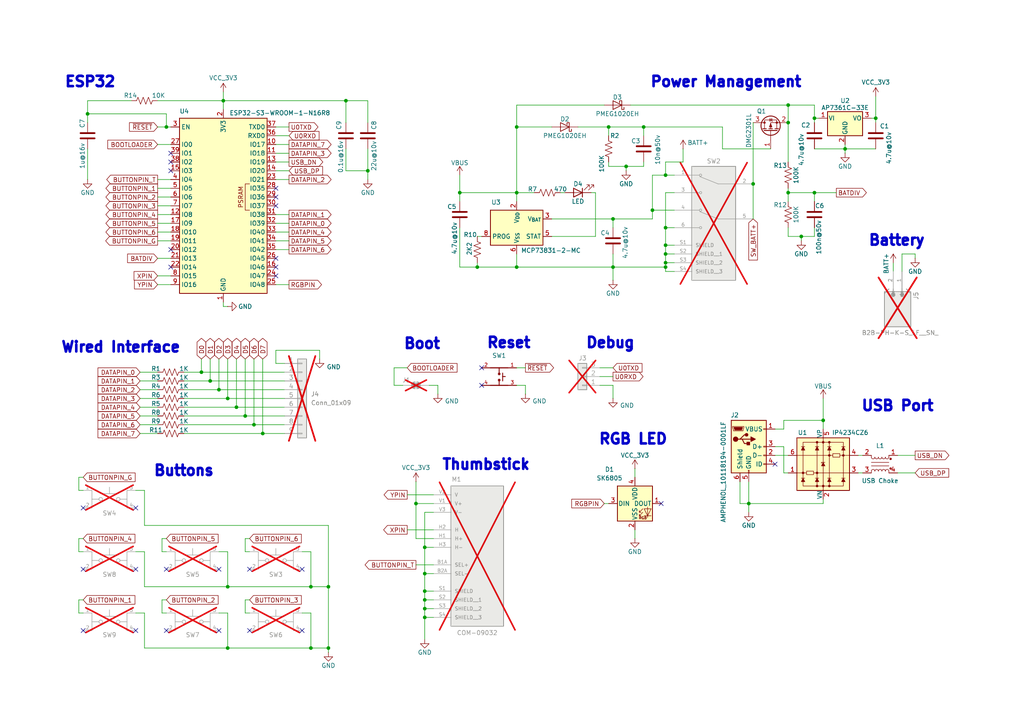
<source format=kicad_sch>
(kicad_sch (version 20231120) (generator "eeschema") (generator_version "8.0")
  (paper "A4")
  (title_block (title "Aquarius+ Gamepad") (date "2024-12-04") (rev "rev0") (company "Drawing by Sean P. Harrington") (comment 2 "LiPo Charging System by Frank van den Hoef") (comment 3 "Based on ESP32-S3-DEVKITC"))
  (junction (at 228.6 35.56))
  (junction (at 217.17 146.05))
  (junction (at 149.86 55.88))
  (junction (at 193.04 73.66))
  (junction (at 106.68 49.53))
  (junction (at 90.17 170.18))
  (junction (at 181.61 48.26))
  (junction (at 66.04 187.96))
  (junction (at 218.44 53.34))
  (junction (at 120.65 146.05))
  (junction (at 123.19 171.45))
  (junction (at 58.42 107.95))
  (junction (at 123.19 173.99))
  (junction (at 123.19 158.75))
  (junction (at 245.11 43.18))
  (junction (at 25.4 33.02))
  (junction (at 66.04 115.57))
  (junction (at 228.6 55.88))
  (junction (at 133.35 55.88))
  (junction (at 149.86 36.83))
  (junction (at 193.04 50.8))
  (junction (at 95.25 187.96))
  (junction (at 123.19 179.07))
  (junction (at 177.8 63.5))
  (junction (at 95.25 170.18))
  (junction (at 193.04 76.2))
  (junction (at 176.53 36.83))
  (junction (at 64.77 29.21))
  (junction (at 228.6 30.48))
  (junction (at 193.04 71.12))
  (junction (at 68.58 118.11))
  (junction (at 76.2 125.73))
  (junction (at 100.33 29.21))
  (junction (at 48.26 36.83))
  (junction (at 149.86 77.47))
  (junction (at 193.04 77.47))
  (junction (at 254 34.29))
  (junction (at 138.43 77.47))
  (junction (at 189.23 60.96))
  (junction (at 66.04 170.18))
  (junction (at 177.8 77.47))
  (junction (at 123.19 176.53))
  (junction (at 63.5 113.03))
  (junction (at 236.22 55.88))
  (junction (at 232.41 68.58))
  (junction (at 73.66 123.19))
  (junction (at 186.69 36.83))
  (junction (at 71.12 120.65))
  (junction (at 60.96 110.49))
  (junction (at 90.17 187.96))
  (junction (at 238.76 121.92))
  (junction (at 123.19 166.37))
  (junction (at 193.04 66.04))
  (junction (at 236.22 34.29))
  (no_connect (at 63.5 165.1))
  (no_connect (at 72.39 182.88))
  (no_connect (at 80.01 74.93))
  (no_connect (at 87.63 165.1))
  (no_connect (at 80.01 77.47))
  (no_connect (at 80.01 59.69))
  (no_connect (at 24.13 147.32))
  (no_connect (at 48.26 182.88))
  (no_connect (at 49.53 77.47))
  (no_connect (at 224.79 134.62))
  (no_connect (at 49.53 44.45))
  (no_connect (at 63.5 182.88))
  (no_connect (at 80.01 57.15))
  (no_connect (at 48.26 165.1))
  (no_connect (at 49.53 49.53))
  (no_connect (at 191.77 146.05))
  (no_connect (at 139.7 111.76))
  (no_connect (at 49.53 72.39))
  (no_connect (at 39.37 165.1))
  (no_connect (at 39.37 182.88))
  (no_connect (at 80.01 80.01))
  (no_connect (at 139.7 106.68))
  (no_connect (at 87.63 182.88))
  (no_connect (at 49.53 46.99))
  (no_connect (at 24.13 165.1))
  (no_connect (at 72.39 165.1))
  (no_connect (at 39.37 147.32))
  (no_connect (at 24.13 182.88))
  (no_connect (at 80.01 54.61))
  (wire (pts (xy 100.33 29.21) (xy 100.33 35.56)))
  (wire (pts (xy 45.72 41.91) (xy 49.53 41.91)))
  (wire (pts (xy 228.6 30.48) (xy 228.6 35.56)))
  (wire (pts (xy 58.42 104.14) (xy 58.42 107.95)))
  (wire (pts (xy 162.56 55.88) (xy 163.83 55.88)))
  (wire (pts (xy 248.92 137.16) (xy 250.19 137.16)))
  (wire (pts (xy 259.08 76.2) (xy 259.08 78.74)))
  (wire (pts (xy 41.91 170.18) (xy 66.04 170.18)))
  (wire (pts (xy 193.04 71.12) (xy 193.04 73.66)))
  (wire (pts (xy 72.39 156.21) (xy 71.12 156.21)))
  (wire (pts (xy 125.73 148.59) (xy 123.19 148.59)))
  (wire (pts (xy 53.34 120.65) (xy 71.12 120.65)))
  (wire (pts (xy 45.72 36.83) (xy 48.26 36.83)))
  (wire (pts (xy 193.04 77.47) (xy 193.04 78.74)))
  (wire (pts (xy 186.69 36.83) (xy 209.55 36.83)))
  (wire (pts (xy 248.92 132.08) (xy 250.19 132.08)))
  (wire (pts (xy 64.77 26.67) (xy 64.77 29.21)))
  (wire (pts (xy 175.26 146.05) (xy 176.53 146.05)))
  (wire (pts (xy 80.01 36.83) (xy 83.82 36.83)))
  (wire (pts (xy 71.12 160.02) (xy 72.39 160.02)))
  (wire (pts (xy 64.77 88.9) (xy 64.77 87.63)))
  (wire (pts (xy 181.61 48.26) (xy 181.61 49.53)))
  (wire (pts (xy 76.2 104.14) (xy 76.2 125.73)))
  (wire (pts (xy 40.64 107.95) (xy 45.72 107.95)))
  (wire (pts (xy 228.6 54.61) (xy 228.6 55.88)))
  (wire (pts (xy 184.15 135.89) (xy 184.15 138.43)))
  (wire (pts (xy 261.62 73.66) (xy 261.62 78.74)))
  (wire (pts (xy 224.79 124.46) (xy 227.33 124.46)))
  (wire (pts (xy 149.86 55.88) (xy 149.86 58.42)))
  (wire (pts (xy 80.01 49.53) (xy 83.82 49.53)))
  (wire (pts (xy 106.68 29.21) (xy 106.68 35.56)))
  (wire (pts (xy 80.01 67.31) (xy 83.82 67.31)))
  (wire (pts (xy 53.34 118.11) (xy 68.58 118.11)))
  (wire (pts (xy 125.73 146.05) (xy 120.65 146.05)))
  (wire (pts (xy 227.33 121.92) (xy 238.76 121.92)))
  (wire (pts (xy 218.44 53.34) (xy 218.44 63.5)))
  (wire (pts (xy 41.91 160.02) (xy 41.91 170.18)))
  (wire (pts (xy 123.19 166.37) (xy 125.73 166.37)))
  (wire (pts (xy 186.69 36.83) (xy 186.69 39.37)))
  (wire (pts (xy 167.64 36.83) (xy 176.53 36.83)))
  (wire (pts (xy 172.72 68.58) (xy 160.02 68.58)))
  (wire (pts (xy 80.01 44.45) (xy 83.82 44.45)))
  (wire (pts (xy 123.19 176.53) (xy 125.73 176.53)))
  (wire (pts (xy 71.12 156.21) (xy 71.12 160.02)))
  (wire (pts (xy 177.8 77.47) (xy 193.04 77.47)))
  (wire (pts (xy 123.19 173.99) (xy 123.19 176.53)))
  (wire (pts (xy 195.58 55.88) (xy 193.04 55.88)))
  (wire (pts (xy 80.01 39.37) (xy 83.82 39.37)))
  (wire (pts (xy 48.26 36.83) (xy 48.26 33.02)))
  (wire (pts (xy 22.86 177.8) (xy 22.86 173.99)))
  (wire (pts (xy 95.25 187.96) (xy 95.25 170.18)))
  (wire (pts (xy 138.43 77.47) (xy 138.43 76.2)))
  (wire (pts (xy 46.99 173.99) (xy 46.99 177.8)))
  (wire (pts (xy 193.04 76.2) (xy 193.04 77.47)))
  (wire (pts (xy 120.65 163.83) (xy 125.73 163.83)))
  (wire (pts (xy 133.35 66.04) (xy 133.35 77.47)))
  (wire (pts (xy 53.34 125.73) (xy 76.2 125.73)))
  (wire (pts (xy 193.04 66.04) (xy 193.04 71.12)))
  (wire (pts (xy 40.64 115.57) (xy 45.72 115.57)))
  (wire (pts (xy 106.68 43.18) (xy 106.68 49.53)))
  (wire (pts (xy 149.86 111.76) (xy 152.4 111.76)))
  (wire (pts (xy 133.35 55.88) (xy 149.86 55.88)))
  (wire (pts (xy 177.8 109.22) (xy 173.99 109.22)))
  (wire (pts (xy 45.72 67.31) (xy 49.53 67.31)))
  (wire (pts (xy 48.26 173.99) (xy 46.99 173.99)))
  (wire (pts (xy 265.43 74.93) (xy 265.43 73.66)))
  (wire (pts (xy 186.69 46.99) (xy 186.69 48.26)))
  (wire (pts (xy 214.63 139.7) (xy 214.63 146.05)))
  (wire (pts (xy 125.73 158.75) (xy 123.19 158.75)))
  (wire (pts (xy 177.8 106.68) (xy 173.99 106.68)))
  (wire (pts (xy 149.86 77.47) (xy 177.8 77.47)))
  (wire (pts (xy 123.19 166.37) (xy 123.19 171.45)))
  (wire (pts (xy 120.65 146.05) (xy 120.65 139.7)))
  (wire (pts (xy 123.19 171.45) (xy 123.19 173.99)))
  (wire (pts (xy 45.72 29.21) (xy 64.77 29.21)))
  (wire (pts (xy 138.43 68.58) (xy 139.7 68.58)))
  (wire (pts (xy 193.04 50.8) (xy 195.58 50.8)))
  (wire (pts (xy 63.5 104.14) (xy 63.5 113.03)))
  (wire (pts (xy 265.43 73.66) (xy 261.62 73.66)))
  (wire (pts (xy 232.41 68.58) (xy 236.22 68.58)))
  (wire (pts (xy 227.33 121.92) (xy 227.33 124.46)))
  (wire (pts (xy 71.12 177.8) (xy 72.39 177.8)))
  (wire (pts (xy 87.63 177.8) (xy 90.17 177.8)))
  (wire (pts (xy 181.61 48.26) (xy 186.69 48.26)))
  (wire (pts (xy 45.72 54.61) (xy 49.53 54.61)))
  (wire (pts (xy 71.12 120.65) (xy 82.55 120.65)))
  (wire (pts (xy 92.71 101.6) (xy 92.71 104.14)))
  (wire (pts (xy 228.6 55.88) (xy 228.6 58.42)))
  (wire (pts (xy 73.66 104.14) (xy 73.66 123.19)))
  (wire (pts (xy 227.33 137.16) (xy 228.6 137.16)))
  (wire (pts (xy 236.22 68.58) (xy 236.22 66.04)))
  (wire (pts (xy 73.66 123.19) (xy 82.55 123.19)))
  (wire (pts (xy 90.17 177.8) (xy 90.17 187.96)))
  (wire (pts (xy 217.17 146.05) (xy 238.76 146.05)))
  (wire (pts (xy 217.17 146.05) (xy 217.17 148.59)))
  (wire (pts (xy 25.4 43.18) (xy 25.4 52.07)))
  (wire (pts (xy 66.04 177.8) (xy 66.04 187.96)))
  (wire (pts (xy 45.72 80.01) (xy 49.53 80.01)))
  (wire (pts (xy 217.17 139.7) (xy 217.17 146.05)))
  (wire (pts (xy 133.35 58.42) (xy 133.35 55.88)))
  (wire (pts (xy 41.91 187.96) (xy 66.04 187.96)))
  (wire (pts (xy 45.72 82.55) (xy 49.53 82.55)))
  (wire (pts (xy 39.37 177.8) (xy 41.91 177.8)))
  (wire (pts (xy 114.3 106.68) (xy 114.3 111.76)))
  (wire (pts (xy 149.86 106.68) (xy 152.4 106.68)))
  (wire (pts (xy 193.04 76.2) (xy 195.58 76.2)))
  (wire (pts (xy 95.25 170.18) (xy 95.25 152.4)))
  (wire (pts (xy 45.72 59.69) (xy 49.53 59.69)))
  (wire (pts (xy 68.58 118.11) (xy 82.55 118.11)))
  (wire (pts (xy 66.04 170.18) (xy 90.17 170.18)))
  (wire (pts (xy 68.58 104.14) (xy 68.58 118.11)))
  (wire (pts (xy 177.8 63.5) (xy 177.8 66.04)))
  (wire (pts (xy 64.77 29.21) (xy 100.33 29.21)))
  (wire (pts (xy 80.01 105.41) (xy 80.01 101.6)))
  (wire (pts (xy 46.99 160.02) (xy 48.26 160.02)))
  (wire (pts (xy 72.39 173.99) (xy 71.12 173.99)))
  (wire (pts (xy 53.34 113.03) (xy 63.5 113.03)))
  (wire (pts (xy 198.12 46.99) (xy 193.04 46.99)))
  (wire (pts (xy 48.26 156.21) (xy 46.99 156.21)))
  (wire (pts (xy 184.15 153.67) (xy 184.15 156.21)))
  (wire (pts (xy 224.79 129.54) (xy 227.33 129.54)))
  (wire (pts (xy 80.01 41.91) (xy 83.82 41.91)))
  (wire (pts (xy 66.04 104.14) (xy 66.04 115.57)))
  (wire (pts (xy 149.86 55.88) (xy 154.94 55.88)))
  (wire (pts (xy 80.01 72.39) (xy 83.82 72.39)))
  (wire (pts (xy 228.6 35.56) (xy 228.6 46.99)))
  (wire (pts (xy 118.11 153.67) (xy 125.73 153.67)))
  (wire (pts (xy 40.64 123.19) (xy 45.72 123.19)))
  (wire (pts (xy 63.5 113.03) (xy 82.55 113.03)))
  (wire (pts (xy 238.76 121.92) (xy 238.76 124.46)))
  (wire (pts (xy 193.04 71.12) (xy 195.58 71.12)))
  (wire (pts (xy 46.99 156.21) (xy 46.99 160.02)))
  (wire (pts (xy 106.68 49.53) (xy 100.33 49.53)))
  (wire (pts (xy 236.22 34.29) (xy 236.22 35.56)))
  (wire (pts (xy 40.64 113.03) (xy 45.72 113.03)))
  (wire (pts (xy 66.04 160.02) (xy 66.04 170.18)))
  (wire (pts (xy 106.68 49.53) (xy 106.68 52.07)))
  (wire (pts (xy 193.04 46.99) (xy 193.04 50.8)))
  (wire (pts (xy 182.88 30.48) (xy 228.6 30.48)))
  (wire (pts (xy 64.77 29.21) (xy 64.77 31.75)))
  (wire (pts (xy 66.04 88.9) (xy 64.77 88.9)))
  (wire (pts (xy 124.46 111.76) (xy 127 111.76)))
  (wire (pts (xy 60.96 110.49) (xy 82.55 110.49)))
  (wire (pts (xy 40.64 120.65) (xy 45.72 120.65)))
  (wire (pts (xy 25.4 29.21) (xy 25.4 33.02)))
  (wire (pts (xy 177.8 63.5) (xy 189.23 63.5)))
  (wire (pts (xy 87.63 160.02) (xy 90.17 160.02)))
  (wire (pts (xy 22.86 142.24) (xy 24.13 142.24)))
  (wire (pts (xy 193.04 66.04) (xy 195.58 66.04)))
  (wire (pts (xy 189.23 60.96) (xy 189.23 50.8)))
  (wire (pts (xy 224.79 132.08) (xy 228.6 132.08)))
  (wire (pts (xy 245.11 43.18) (xy 245.11 44.45)))
  (wire (pts (xy 45.72 64.77) (xy 49.53 64.77)))
  (wire (pts (xy 45.72 52.07) (xy 49.53 52.07)))
  (wire (pts (xy 238.76 115.57) (xy 238.76 121.92)))
  (wire (pts (xy 193.04 73.66) (xy 195.58 73.66)))
  (wire (pts (xy 245.11 43.18) (xy 254 43.18)))
  (wire (pts (xy 41.91 142.24) (xy 41.91 152.4)))
  (wire (pts (xy 149.86 30.48) (xy 175.26 30.48)))
  (wire (pts (xy 228.6 66.04) (xy 228.6 68.58)))
  (wire (pts (xy 100.33 43.18) (xy 100.33 49.53)))
  (wire (pts (xy 209.55 43.18) (xy 223.52 43.18)))
  (wire (pts (xy 245.11 41.91) (xy 245.11 43.18)))
  (wire (pts (xy 238.76 144.78) (xy 238.76 146.05)))
  (wire (pts (xy 71.12 104.14) (xy 71.12 120.65)))
  (wire (pts (xy 198.12 43.18) (xy 198.12 46.99)))
  (wire (pts (xy 177.8 111.76) (xy 177.8 115.57)))
  (wire (pts (xy 254 34.29) (xy 254 35.56)))
  (wire (pts (xy 120.65 156.21) (xy 120.65 146.05)))
  (wire (pts (xy 176.53 36.83) (xy 176.53 39.37)))
  (wire (pts (xy 63.5 177.8) (xy 66.04 177.8)))
  (wire (pts (xy 53.34 123.19) (xy 73.66 123.19)))
  (wire (pts (xy 123.19 176.53) (xy 123.19 179.07)))
  (wire (pts (xy 218.44 35.56) (xy 218.44 53.34)))
  (wire (pts (xy 209.55 36.83) (xy 209.55 43.18)))
  (wire (pts (xy 80.01 46.99) (xy 83.82 46.99)))
  (wire (pts (xy 48.26 36.83) (xy 49.53 36.83)))
  (wire (pts (xy 149.86 30.48) (xy 149.86 36.83)))
  (wire (pts (xy 127 111.76) (xy 127 114.3)))
  (wire (pts (xy 176.53 46.99) (xy 176.53 48.26)))
  (wire (pts (xy 173.99 111.76) (xy 177.8 111.76)))
  (wire (pts (xy 80.01 69.85) (xy 83.82 69.85)))
  (wire (pts (xy 66.04 115.57) (xy 82.55 115.57)))
  (wire (pts (xy 177.8 73.66) (xy 177.8 77.47)))
  (wire (pts (xy 41.91 152.4) (xy 95.25 152.4)))
  (wire (pts (xy 25.4 33.02) (xy 25.4 35.56)))
  (wire (pts (xy 237.49 34.29) (xy 236.22 34.29)))
  (wire (pts (xy 227.33 129.54) (xy 227.33 137.16)))
  (wire (pts (xy 38.1 29.21) (xy 25.4 29.21)))
  (wire (pts (xy 260.35 132.08) (xy 265.43 132.08)))
  (wire (pts (xy 123.19 179.07) (xy 125.73 179.07)))
  (wire (pts (xy 24.13 138.43) (xy 22.86 138.43)))
  (wire (pts (xy 123.19 179.07) (xy 123.19 185.42)))
  (wire (pts (xy 80.01 62.23) (xy 83.82 62.23)))
  (wire (pts (xy 95.25 189.23) (xy 95.25 187.96)))
  (wire (pts (xy 45.72 62.23) (xy 49.53 62.23)))
  (wire (pts (xy 22.86 173.99) (xy 24.13 173.99)))
  (wire (pts (xy 149.86 36.83) (xy 160.02 36.83)))
  (wire (pts (xy 125.73 171.45) (xy 123.19 171.45)))
  (wire (pts (xy 123.19 158.75) (xy 123.19 166.37)))
  (wire (pts (xy 80.01 101.6) (xy 92.71 101.6)))
  (wire (pts (xy 48.26 33.02) (xy 25.4 33.02)))
  (wire (pts (xy 172.72 55.88) (xy 172.72 68.58)))
  (wire (pts (xy 193.04 55.88) (xy 193.04 66.04)))
  (wire (pts (xy 40.64 118.11) (xy 45.72 118.11)))
  (wire (pts (xy 58.42 107.95) (xy 82.55 107.95)))
  (wire (pts (xy 90.17 160.02) (xy 90.17 170.18)))
  (wire (pts (xy 90.17 187.96) (xy 95.25 187.96)))
  (wire (pts (xy 22.86 156.21) (xy 22.86 160.02)))
  (wire (pts (xy 193.04 73.66) (xy 193.04 76.2)))
  (wire (pts (xy 53.34 107.95) (xy 58.42 107.95)))
  (wire (pts (xy 228.6 68.58) (xy 232.41 68.58)))
  (wire (pts (xy 114.3 106.68) (xy 118.11 106.68)))
  (wire (pts (xy 123.19 148.59) (xy 123.19 158.75)))
  (wire (pts (xy 46.99 177.8) (xy 48.26 177.8)))
  (wire (pts (xy 149.86 73.66) (xy 149.86 77.47)))
  (wire (pts (xy 63.5 160.02) (xy 66.04 160.02)))
  (wire (pts (xy 236.22 58.42) (xy 236.22 55.88)))
  (wire (pts (xy 114.3 111.76) (xy 116.84 111.76)))
  (wire (pts (xy 176.53 48.26) (xy 181.61 48.26)))
  (wire (pts (xy 160.02 63.5) (xy 177.8 63.5)))
  (wire (pts (xy 82.55 105.41) (xy 80.01 105.41)))
  (wire (pts (xy 236.22 55.88) (xy 228.6 55.88)))
  (wire (pts (xy 138.43 77.47) (xy 149.86 77.47)))
  (wire (pts (xy 90.17 170.18) (xy 95.25 170.18)))
  (wire (pts (xy 228.6 30.48) (xy 236.22 30.48)))
  (wire (pts (xy 118.11 143.51) (xy 125.73 143.51)))
  (wire (pts (xy 254 34.29) (xy 254 27.94)))
  (wire (pts (xy 40.64 125.73) (xy 45.72 125.73)))
  (wire (pts (xy 80.01 64.77) (xy 83.82 64.77)))
  (wire (pts (xy 189.23 60.96) (xy 195.58 60.96)))
  (wire (pts (xy 45.72 69.85) (xy 49.53 69.85)))
  (wire (pts (xy 176.53 36.83) (xy 186.69 36.83)))
  (wire (pts (xy 53.34 115.57) (xy 66.04 115.57)))
  (wire (pts (xy 45.72 74.93) (xy 49.53 74.93)))
  (wire (pts (xy 236.22 34.29) (xy 236.22 30.48)))
  (wire (pts (xy 189.23 60.96) (xy 189.23 63.5)))
  (wire (pts (xy 45.72 57.15) (xy 49.53 57.15)))
  (wire (pts (xy 80.01 52.07) (xy 83.82 52.07)))
  (wire (pts (xy 236.22 43.18) (xy 245.11 43.18)))
  (wire (pts (xy 193.04 78.74) (xy 195.58 78.74)))
  (wire (pts (xy 22.86 138.43) (xy 22.86 142.24)))
  (wire (pts (xy 214.63 146.05) (xy 217.17 146.05)))
  (wire (pts (xy 100.33 29.21) (xy 106.68 29.21)))
  (wire (pts (xy 236.22 55.88) (xy 242.57 55.88)))
  (wire (pts (xy 125.73 156.21) (xy 120.65 156.21)))
  (wire (pts (xy 24.13 177.8) (xy 22.86 177.8)))
  (wire (pts (xy 39.37 142.24) (xy 41.91 142.24)))
  (wire (pts (xy 260.35 137.16) (xy 265.43 137.16)))
  (wire (pts (xy 76.2 125.73) (xy 82.55 125.73)))
  (wire (pts (xy 41.91 177.8) (xy 41.91 187.96)))
  (wire (pts (xy 39.37 160.02) (xy 41.91 160.02)))
  (wire (pts (xy 60.96 104.14) (xy 60.96 110.49)))
  (wire (pts (xy 133.35 77.47) (xy 138.43 77.47)))
  (wire (pts (xy 177.8 77.47) (xy 177.8 81.28)))
  (wire (pts (xy 71.12 173.99) (xy 71.12 177.8)))
  (wire (pts (xy 53.34 110.49) (xy 60.96 110.49)))
  (wire (pts (xy 232.41 68.58) (xy 232.41 69.85)))
  (wire (pts (xy 24.13 156.21) (xy 22.86 156.21)))
  (wire (pts (xy 22.86 160.02) (xy 24.13 160.02)))
  (wire (pts (xy 171.45 55.88) (xy 172.72 55.88)))
  (wire (pts (xy 152.4 111.76) (xy 152.4 114.3)))
  (wire (pts (xy 123.19 173.99) (xy 125.73 173.99)))
  (wire (pts (xy 80.01 82.55) (xy 83.82 82.55)))
  (wire (pts (xy 252.73 34.29) (xy 254 34.29)))
  (wire (pts (xy 66.04 187.96) (xy 90.17 187.96)))
  (wire (pts (xy 40.64 110.49) (xy 45.72 110.49)))
  (wire (pts (xy 149.86 36.83) (xy 149.86 55.88)))
  (wire (pts (xy 133.35 50.8) (xy 133.35 55.88)))
  (wire (pts (xy 189.23 50.8) (xy 193.04 50.8)))
  (text "Debug" (at 177.038 99.568 0) (effects (font (size 3 3) (thickness 0.762) (bold yes))))
  (text "Boot" (at 122.428 99.822 0) (effects (font (size 3 3) (thickness 0.762) (bold yes))))
  (text "Wired Interface" (at 35.052 100.838 0) (effects (font (size 3 3) (thickness 0.762) (bold yes))))
  (text "Reset" (at 147.574 99.568 0) (effects (font (size 3 3) (thickness 0.762) (bold yes))))
  (text "Buttons" (at 53.34 136.652 0) (effects (font (size 3 3) (thickness 0.762) (bold yes))))
  (text "Thumbstick" (at 140.97 134.874 0) (effects (font (size 3 3) (thickness 0.762) (bold yes))))
  (text "Power Management" (at 210.566 23.876 0) (effects (font (size 3 3) (thickness 0.762) (bold yes))))
  (text "RGB LED" (at 183.642 127.508 0) (effects (font (size 3 3) (thickness 0.762) (bold yes))))
  (text "USB Port" (at 260.35 117.856 0) (effects (font (size 3 3) (thickness 0.762) (bold yes))))
  (text "Battery" (at 260.096 69.85 0) (effects (font (size 3 3) (thickness 0.762) (bold yes))))
  (text "ESP32" (at 26.162 23.876 0) (effects (font (size 3 3) (thickness 0.762) (bold yes))))
  (global_label "DATAPIN_5" (shape input) (at 40.64 120.65 180) (property "Intersheetrefs" "${INTERSHEET_REFS}" (effects (hide yes))))
  (global_label "BUTTONPIN_G" (shape output) (at 45.72 69.85 180) (property "Intersheetrefs" "${INTERSHEET_REFS}" (effects (hide yes))))
  (global_label "DATAPIN_1" (shape input) (at 40.64 110.49 180) (property "Intersheetrefs" "${INTERSHEET_REFS}" (effects (hide yes))))
  (global_label "USB_DN" (shape output) (at 265.43 132.08 0) (property "Intersheetrefs" "${INTERSHEET_REFS}" (effects (hide yes))))
  (global_label "DATAPIN_5" (shape output) (at 83.82 69.85 0) (property "Intersheetrefs" "${INTERSHEET_REFS}" (effects (hide yes))))
  (global_label "BUTTONPIN_G" (shape input) (at 24.13 138.43 0) (property "Intersheetrefs" "${INTERSHEET_REFS}" (effects (hide yes))))
  (global_label "YPIN" (shape output) (at 118.11 143.51 180) (property "Intersheetrefs" "${INTERSHEET_REFS}" (effects (hide yes))))
  (global_label "BUTTONPIN_4" (shape input) (at 24.13 156.21 0) (property "Intersheetrefs" "${INTERSHEET_REFS}" (effects (hide yes))))
  (global_label "RGBPIN" (shape input) (at 175.26 146.05 180) (property "Intersheetrefs" "${INTERSHEET_REFS}" (effects (hide yes))))
  (global_label "DATAPIN_7" (shape output) (at 83.82 41.91 0) (property "Intersheetrefs" "${INTERSHEET_REFS}" (effects (hide yes))))
  (global_label "D1" (shape tri_state) (at 60.96 104.14 90) (property "Intersheetrefs" "${INTERSHEET_REFS}" (effects (hide yes))))
  (global_label "BUTTONPIN_6" (shape input) (at 72.39 156.21 0) (property "Intersheetrefs" "${INTERSHEET_REFS}" (effects (hide yes))))
  (global_label "D0" (shape tri_state) (at 58.42 104.14 90) (property "Intersheetrefs" "${INTERSHEET_REFS}" (effects (hide yes))))
  (global_label "D5" (shape tri_state) (at 71.12 104.14 90) (property "Intersheetrefs" "${INTERSHEET_REFS}" (effects (hide yes))))
  (global_label "SW_BATT+" (shape input) (at 218.44 63.5 270) (property "Intersheetrefs" "${INTERSHEET_REFS}" (effects (hide yes))))
  (global_label "U0RXD" (shape output) (at 177.8 109.22 0) (property "Intersheetrefs" "${INTERSHEET_REFS}" (effects (hide yes))))
  (global_label "BATDIV" (shape input) (at 45.72 74.93 180) (property "Intersheetrefs" "${INTERSHEET_REFS}" (effects (hide yes))))
  (global_label "DATAPIN_4" (shape output) (at 83.82 67.31 0) (property "Intersheetrefs" "${INTERSHEET_REFS}" (effects (hide yes))))
  (global_label "DATAPIN_2" (shape output) (at 83.82 52.07 0) (property "Intersheetrefs" "${INTERSHEET_REFS}" (effects (hide yes))))
  (global_label "D3" (shape tri_state) (at 66.04 104.14 90) (property "Intersheetrefs" "${INTERSHEET_REFS}" (effects (hide yes))))
  (global_label "DATAPIN_3" (shape input) (at 40.64 115.57 180) (property "Intersheetrefs" "${INTERSHEET_REFS}" (effects (hide yes))))
  (global_label "XPIN" (shape input) (at 45.72 80.01 180) (property "Intersheetrefs" "${INTERSHEET_REFS}" (effects (hide yes))))
  (global_label "RGBPIN" (shape output) (at 83.82 82.55 0) (property "Intersheetrefs" "${INTERSHEET_REFS}" (effects (hide yes))))
  (global_label "U0RXD" (shape input) (at 83.82 39.37 0) (property "Intersheetrefs" "${INTERSHEET_REFS}" (effects (hide yes))))
  (global_label "BUTTONPIN_5" (shape input) (at 48.26 156.21 0) (property "Intersheetrefs" "${INTERSHEET_REFS}" (effects (hide yes))))
  (global_label "DATAPIN_4" (shape input) (at 40.64 118.11 180) (property "Intersheetrefs" "${INTERSHEET_REFS}" (effects (hide yes))))
  (global_label "D4" (shape tri_state) (at 68.58 104.14 90) (property "Intersheetrefs" "${INTERSHEET_REFS}" (effects (hide yes))))
  (global_label "~{RESET}" (shape output) (at 152.4 106.68 0) (property "Intersheetrefs" "${INTERSHEET_REFS}" (effects (hide yes))))
  (global_label "BOOTLOADER" (shape input) (at 118.11 106.68 0) (property "Intersheetrefs" "${INTERSHEET_REFS}" (effects (hide yes))))
  (global_label "BUTTONPIN_3" (shape output) (at 45.72 59.69 180) (property "Intersheetrefs" "${INTERSHEET_REFS}" (effects (hide yes))))
  (global_label "BUTTONPIN_4" (shape output) (at 45.72 62.23 180) (property "Intersheetrefs" "${INTERSHEET_REFS}" (effects (hide yes))))
  (global_label "BUTTONPIN_1" (shape input) (at 24.13 173.99 0) (property "Intersheetrefs" "${INTERSHEET_REFS}" (effects (hide yes))))
  (global_label "BUTTONPIN_6" (shape output) (at 45.72 67.31 180) (property "Intersheetrefs" "${INTERSHEET_REFS}" (effects (hide yes))))
  (global_label "BUTTONPIN_5" (shape output) (at 45.72 64.77 180) (property "Intersheetrefs" "${INTERSHEET_REFS}" (effects (hide yes))))
  (global_label "~{RESET}" (shape input) (at 45.72 36.83 180) (property "Intersheetrefs" "${INTERSHEET_REFS}" (effects (hide yes))))
  (global_label "YPIN" (shape input) (at 45.72 82.55 180) (property "Intersheetrefs" "${INTERSHEET_REFS}" (effects (hide yes))))
  (global_label "U0TXD" (shape input) (at 177.8 106.68 0) (property "Intersheetrefs" "${INTERSHEET_REFS}" (effects (hide yes))))
  (global_label "DATAPIN_1" (shape output) (at 83.82 62.23 0) (property "Intersheetrefs" "${INTERSHEET_REFS}" (effects (hide yes))))
  (global_label "D7" (shape tri_state) (at 76.2 104.14 90) (property "Intersheetrefs" "${INTERSHEET_REFS}" (effects (hide yes))))
  (global_label "BUTTONPIN_2" (shape input) (at 48.26 173.99 0) (property "Intersheetrefs" "${INTERSHEET_REFS}" (effects (hide yes))))
  (global_label "BUTTONPIN_T" (shape output) (at 45.72 52.07 180) (property "Intersheetrefs" "${INTERSHEET_REFS}" (effects (hide yes))))
  (global_label "DATAPIN_2" (shape input) (at 40.64 113.03 180) (property "Intersheetrefs" "${INTERSHEET_REFS}" (effects (hide yes))))
  (global_label "BUTTONPIN_3" (shape input) (at 72.39 173.99 0) (property "Intersheetrefs" "${INTERSHEET_REFS}" (effects (hide yes))))
  (global_label "DATAPIN_6" (shape input) (at 40.64 123.19 180) (property "Intersheetrefs" "${INTERSHEET_REFS}" (effects (hide yes))))
  (global_label "BOOTLOADER" (shape input) (at 45.72 41.91 180) (property "Intersheetrefs" "${INTERSHEET_REFS}" (effects (hide yes))))
  (global_label "DATAPIN_0" (shape output) (at 83.82 64.77 0) (property "Intersheetrefs" "${INTERSHEET_REFS}" (effects (hide yes))))
  (global_label "BUTTONPIN_2" (shape output) (at 45.72 57.15 180) (property "Intersheetrefs" "${INTERSHEET_REFS}" (effects (hide yes))))
  (global_label "BUTTONPIN_1" (shape output) (at 45.72 54.61 180) (property "Intersheetrefs" "${INTERSHEET_REFS}" (effects (hide yes))))
  (global_label "USB_DP" (shape input) (at 83.82 49.53 0) (property "Intersheetrefs" "${INTERSHEET_REFS}" (effects (hide yes))))
  (global_label "D6" (shape tri_state) (at 73.66 104.14 90) (property "Intersheetrefs" "${INTERSHEET_REFS}" (effects (hide yes))))
  (global_label "USB_DN" (shape output) (at 83.82 46.99 0) (property "Intersheetrefs" "${INTERSHEET_REFS}" (effects (hide yes))))
  (global_label "D2" (shape tri_state) (at 63.5 104.14 90) (property "Intersheetrefs" "${INTERSHEET_REFS}" (effects (hide yes))))
  (global_label "U0TXD" (shape output) (at 83.82 36.83 0) (property "Intersheetrefs" "${INTERSHEET_REFS}" (effects (hide yes))))
  (global_label "DATAPIN_7" (shape input) (at 40.64 125.73 180) (property "Intersheetrefs" "${INTERSHEET_REFS}" (effects (hide yes))))
  (global_label "XPIN" (shape output) (at 118.11 153.67 180) (property "Intersheetrefs" "${INTERSHEET_REFS}" (effects (hide yes))))
  (global_label "DATAPIN_6" (shape output) (at 83.82 72.39 0) (property "Intersheetrefs" "${INTERSHEET_REFS}" (effects (hide yes))))
  (global_label "DATAPIN_0" (shape input) (at 40.64 107.95 180) (property "Intersheetrefs" "${INTERSHEET_REFS}" (effects (hide yes))))
  (global_label "BATDIV" (shape output) (at 242.57 55.88 0) (property "Intersheetrefs" "${INTERSHEET_REFS}" (effects (hide yes))))
  (global_label "DATAPIN_3" (shape output) (at 83.82 44.45 0) (property "Intersheetrefs" "${INTERSHEET_REFS}" (effects (hide yes))))
  (global_label "USB_DP" (shape input) (at 265.43 137.16 0) (property "Intersheetrefs" "${INTERSHEET_REFS}" (effects (hide yes))))
  (global_label "BUTTONPIN_T" (shape output) (at 120.65 163.83 180) (property "Intersheetrefs" "${INTERSHEET_REFS}" (effects (hide yes))))
  (symbol (lib_id "Device:R_US") (at 49.53 120.65 90) (unit 1)
    (property "Reference" "R8" (at 45.212 119.634 90))
    (property "Value" "1K" (at 53.34 119.634 90))
    (property "Footprint" "Resistor_SMD:R_0402_1005Metric" (effects (hide yes)))
    (property "Description" "Resistor, US symbol" (effects (hide yes)))
    (property "JLCPCB Part #" "C25543" (effects (hide yes)))
  )
  (symbol (lib_id "power:GND") (at 92.71 104.14 0) (mirror y) (unit 1)
    (property "Reference" "#PWR021" (effects (hide yes)))
    (property "Value" "GND" (at 94.742 106.426 0) (effects (justify right)))
    (property "Description" "Power symbol creates a global label with name \"GND\" , ground" (effects (hide yes)))
  )
  (symbol (lib_id "power:GND") (at 95.25 189.23 0) (unit 1)
    (property "Reference" "#PWR036" (effects (hide yes)))
    (property "Value" "GND" (at 95.25 193.04 0))
    (property "Description" "Power symbol creates a global label with name \"GND\" , ground" (effects (hide yes)))
  )
  (symbol (lib_id "Device:R_US") (at 176.53 43.18 0) (unit 1)
    (property "Reference" "R2" (at 178.308 39.37 0))
    (property "Value" "100K" (at 174.498 47.498 90))
    (property "Footprint" "Resistor_SMD:R_0402_1005Metric" (effects (hide yes)))
    (property "Description" "Resistor, US symbol" (effects (hide yes)))
    (property "JLCPCB Part #" "C102750" (effects (hide yes)))
  )
  (symbol (lib_id "power:GND") (at 217.17 148.59 0) (unit 1)
    (property "Reference" "#PWR016" (effects (hide yes)))
    (property "Value" "GND" (at 217.17 152.4 0))
    (property "Description" "Power symbol creates a global label with name \"GND\" , ground" (effects (hide yes)))
  )
  (symbol (lib_id "EG2219:EG2219") (at 205.74 60.96 0) (mirror y) (unit 1) (in_bom no) (dnp yes)
    (property "Reference" "SW2" (at 207.01 46.736 0))
    (property "Value" "EG2219" (effects (hide yes)))
    (property "Footprint" "aqp_controller:SW_EG2219" (effects (hide yes)))
    (property "MF" "E-Switch" (effects (hide yes)))
    (property "MAXIMUM_PACKAGE_HEIGHT" "8.50mm" (effects (hide yes)))
    (property "Package" "None" (effects (hide yes)))
    (property "Price" "None" (effects (hide yes)))
    (property "Check_prices" "https://www.snapeda.com/parts/EG2219/E-Switch/view-part/?ref=eda" (effects (hide yes)))
    (property "STANDARD" "Manufacturer Recommendations" (effects (hide yes)))
    (property "PARTREV" "B" (effects (hide yes)))
    (property "SnapEDA_Link" "https://www.snapeda.com/parts/EG2219/E-Switch/view-part/?ref=snap" (effects (hide yes)))
    (property "MP" "EG2219" (effects (hide yes)))
    (property "Description_1" "\n                        \n                            Slide Switch, EG Series, DPDT, Non-Shorting, ON-ON, 500mA DC, 15VDC, R/A, PC | E-Switch EG2219\n                        \n" (effects (hide yes)))
    (property "Availability" "In Stock" (effects (hide yes)))
    (property "MANUFACTURER" "E-Switch" (effects (hide yes)))
  )
  (symbol (lib_id "Battery_Management:MCP73831-2-MC") (at 149.86 66.04 0) (unit 1)
    (property "Reference" "U3" (at 142.494 58.674 0) (effects (justify left)))
    (property "Value" "MCP73831-2-MC" (at 151.13 72.644 0) (effects (justify left)))
    (property "Footprint" "Package_DFN_QFN:DFN-8-1EP_3x2mm_P0.5mm_EP1.7x1.4mm" (effects (hide yes)))
    (property "Datasheet" "http://ww1.microchip.com/downloads/en/DeviceDoc/20001984g.pdf" (effects (hide yes)))
    (property "Description" "Single cell, Li-Ion/Li-Po charge management controller, 4.20V, Tri-State Status Output, in DFN-8 package" (effects (hide yes)))
    (property "JLCPCB Part #" "C635037" (effects (hide yes)))
  )
  (symbol (lib_id "Device:R_US") (at 49.53 110.49 90) (unit 1)
    (property "Reference" "R3" (at 45.212 109.474 90))
    (property "Value" "1K" (at 53.34 109.474 90))
    (property "Footprint" "Resistor_SMD:R_0402_1005Metric" (effects (hide yes)))
    (property "Description" "Resistor, US symbol" (effects (hide yes)))
    (property "JLCPCB Part #" "C25543" (effects (hide yes)))
  )
  (symbol (lib_id "TL1100F160Q:TL1100F160Q") (at 55.88 180.34 0) (unit 1) (in_bom no) (dnp yes)
    (property "Reference" "SW7" (at 55.88 184.15 0))
    (property "Value" "SW_Push" (effects (hide yes)))
    (property "Footprint" "aqp_controller:SW_TL1100F160Q" (effects (hide yes)))
    (property "Description" "Push button switch, generic, two pins" (effects (hide yes)))
    (property "MF" "E-Switch" (effects (hide yes)))
    (property "MAXIMUM_PACKAGE_HEIGHT" "7.3mm" (effects (hide yes)))
    (property "Package" "None" (effects (hide yes)))
    (property "Price" "None" (effects (hide yes)))
    (property "Check_prices" "https://www.snapeda.com/parts/TL1100F160Q/E-Switch/view-part/?ref=eda" (effects (hide yes)))
    (property "STANDARD" "Manufacturer Recommendations" (effects (hide yes)))
    (property "PARTREV" "D" (effects (hide yes)))
    (property "SnapEDA_Link" "https://www.snapeda.com/parts/TL1100F160Q/E-Switch/view-part/?ref=snap" (effects (hide yes)))
    (property "MP" "TL1100F160Q" (effects (hide yes)))
    (property "Description_1" "\n                        \n                            Tactile Switch, TL1100 Series, SPST-NO, 12mm Top Actuated, 0.05A, 12VDC, PC | E-Switch TL1100F160Q\n                        \n" (effects (hide yes)))
    (property "MANUFACTURER" "E-Switch" (effects (hide yes)))
    (property "Availability" "In Stock" (effects (hide yes)))
    (property "SNAPEDA_PN" "TL1100F160Q" (effects (hide yes)))
  )
  (symbol (lib_id "Power_Protection:IP4234CZ6") (at 238.76 134.62 0) (unit 1)
    (property "Reference" "U1" (at 231.394 125.476 0) (effects (justify left)))
    (property "Value" "IP4234CZ6" (at 241.3 125.476 0) (effects (justify left)))
    (property "Footprint" "Package_TO_SOT_SMD:SC-74-6_1.55x2.9mm_P0.95mm" (effects (hide yes)))
    (property "Datasheet" "https://assets.nexperia.com/documents/data-sheet/IP4234CZ6.pdf" (effects (hide yes)))
    (property "Description" "ESD Protection, 2 channel, USB 2.0 to IEC 61000-4-2 level 4, 5.5V, SOT457 (SC-74-6)" (effects (hide yes)))
    (property "JLCPCB Part #" "C455086" (effects (hide yes)))
  )
  (symbol (lib_id "power:VCCQ") (at 64.77 26.67 0) (mirror y) (unit 1)
    (property "Reference" "#PWR01" (effects (hide yes)))
    (property "Value" "VCC_3V3" (at 64.77 22.606 0))
    (property "Description" "VCC_3V3" (effects (hide yes)))
  )
  (symbol (lib_id "power:GND") (at 177.8 81.28 0) (unit 1)
    (property "Reference" "#PWR035" (effects (hide yes)))
    (property "Value" "GND" (at 177.8 85.09 0))
    (property "Description" "Power symbol creates a global label with name \"GND\" , ground" (effects (hide yes)))
  )
  (symbol (lib_id "power:GND") (at 245.11 44.45 0) (unit 1)
    (property "Reference" "#PWR028" (effects (hide yes)))
    (property "Value" "GND" (at 245.11 48.26 0))
    (property "Description" "Power symbol creates a global label with name \"GND\" , ground" (effects (hide yes)))
  )
  (symbol (lib_id "power:GND") (at 184.15 156.21 0) (unit 1)
    (property "Reference" "#PWR020" (effects (hide yes)))
    (property "Value" "GND" (at 186.182 160.02 0) (effects (justify right)))
    (property "Description" "Power symbol creates a global label with name \"GND\" , ground" (effects (hide yes)))
  )
  (symbol (lib_id "Device:R_US") (at 41.91 29.21 270) (unit 1)
    (property "Reference" "R14" (at 37.846 27.686 90))
    (property "Value" "10K" (at 45.974 27.686 90))
    (property "Footprint" "Resistor_SMD:R_0402_1005Metric" (effects (hide yes)))
    (property "Description" "Resistor, US symbol" (effects (hide yes)))
    (property "JLCPCB Part #" "C2906861" (effects (hide yes)))
  )
  (symbol (lib_id "TL1100F160Q:TL1100F160Q") (at 31.75 180.34 0) (unit 1) (in_bom no) (dnp yes)
    (property "Reference" "SW9" (at 31.75 184.15 0))
    (property "Value" "SW_Push" (effects (hide yes)))
    (property "Footprint" "aqp_controller:SW_TL1100F160Q" (effects (hide yes)))
    (property "Description" "Push button switch, generic, two pins" (effects (hide yes)))
    (property "MF" "E-Switch" (effects (hide yes)))
    (property "MAXIMUM_PACKAGE_HEIGHT" "7.3mm" (effects (hide yes)))
    (property "Package" "None" (effects (hide yes)))
    (property "Price" "None" (effects (hide yes)))
    (property "Check_prices" "https://www.snapeda.com/parts/TL1100F160Q/E-Switch/view-part/?ref=eda" (effects (hide yes)))
    (property "STANDARD" "Manufacturer Recommendations" (effects (hide yes)))
    (property "PARTREV" "D" (effects (hide yes)))
    (property "SnapEDA_Link" "https://www.snapeda.com/parts/TL1100F160Q/E-Switch/view-part/?ref=snap" (effects (hide yes)))
    (property "MP" "TL1100F160Q" (effects (hide yes)))
    (property "Description_1" "\n                        \n                            Tactile Switch, TL1100 Series, SPST-NO, 12mm Top Actuated, 0.05A, 12VDC, PC | E-Switch TL1100F160Q\n                        \n" (effects (hide yes)))
    (property "MANUFACTURER" "E-Switch" (effects (hide yes)))
    (property "Availability" "In Stock" (effects (hide yes)))
    (property "SNAPEDA_PN" "TL1100F160Q" (effects (hide yes)))
  )
  (symbol (lib_id "Device:R_US") (at 228.6 62.23 0) (unit 1)
    (property "Reference" "R12" (at 226.314 59.436 0))
    (property "Value" "100K" (at 230.886 62.23 90))
    (property "Footprint" "Resistor_SMD:R_0402_1005Metric" (effects (hide yes)))
    (property "Description" "Resistor, US symbol" (effects (hide yes)))
    (property "JLCPCB Part #" "C102750" (effects (hide yes)))
  )
  (symbol (lib_id "TL1100F160Q:TL1100F160Q") (at 80.01 180.34 0) (unit 1) (in_bom no) (dnp yes)
    (property "Reference" "SW6" (at 80.01 184.15 0))
    (property "Value" "SW_Push" (effects (hide yes)))
    (property "Footprint" "aqp_controller:SW_TL1100F160Q" (effects (hide yes)))
    (property "Description" "Push button switch, generic, two pins" (effects (hide yes)))
    (property "MF" "E-Switch" (effects (hide yes)))
    (property "MAXIMUM_PACKAGE_HEIGHT" "7.3mm" (effects (hide yes)))
    (property "Package" "None" (effects (hide yes)))
    (property "Price" "None" (effects (hide yes)))
    (property "Check_prices" "https://www.snapeda.com/parts/TL1100F160Q/E-Switch/view-part/?ref=eda" (effects (hide yes)))
    (property "STANDARD" "Manufacturer Recommendations" (effects (hide yes)))
    (property "PARTREV" "D" (effects (hide yes)))
    (property "SnapEDA_Link" "https://www.snapeda.com/parts/TL1100F160Q/E-Switch/view-part/?ref=snap" (effects (hide yes)))
    (property "MP" "TL1100F160Q" (effects (hide yes)))
    (property "Description_1" "\n                        \n                            Tactile Switch, TL1100 Series, SPST-NO, 12mm Top Actuated, 0.05A, 12VDC, PC | E-Switch TL1100F160Q\n                        \n" (effects (hide yes)))
    (property "MANUFACTURER" "E-Switch" (effects (hide yes)))
    (property "Availability" "In Stock" (effects (hide yes)))
    (property "SNAPEDA_PN" "TL1100F160Q" (effects (hide yes)))
  )
  (symbol (lib_id "Filter:Choke_Wurth_WE-CNSW_744232090") (at 255.27 134.62 0) (mirror y) (unit 1)
    (property "Reference" "L1" (at 255.27 129.286 0))
    (property "Value" "USB Choke" (at 255.27 139.446 0))
    (property "Footprint" "Inductor_SMD_Wurth:WE-CNSW_08058" (effects (hide yes)))
    (property "Datasheet" "https://www.we-online.com/components/products/datasheet/744231091.pdf" (effects (hide yes)))
    (property "Description" "Common mode choke, 370 mA, 125VDC, USB2.0, 131 nH" (effects (hide yes)))
    (property "JLCPCB Part #" "C2649327" (effects (hide yes)))
  )
  (symbol (lib_id "power:GND") (at 181.61 49.53 0) (unit 1)
    (property "Reference" "#PWR07" (effects (hide yes)))
    (property "Value" "GND" (at 181.61 53.34 0))
    (property "Description" "Power symbol creates a global label with name \"GND\" , ground" (effects (hide yes)))
  )
  (symbol (lib_id "power:VBUS") (at 198.12 43.18 0) (unit 1)
    (property "Reference" "#PWR014" (effects (hide yes)))
    (property "Value" "BATT+" (at 202.438 41.402 0))
    (property "Description" "Power symbol creates a global label with name \"VBUS\"" (effects (hide yes)))
  )
  (symbol (lib_id "TL1100F160Q:TL1100F160Q") (at 80.01 162.56 0) (unit 1) (in_bom no) (dnp yes)
    (property "Reference" "SW3" (at 80.01 166.624 0))
    (property "Value" "SW_Push" (effects (hide yes)))
    (property "Footprint" "aqp_controller:SW_TL1100F160Q" (effects (hide yes)))
    (property "Description" "Push button switch, generic, two pins" (effects (hide yes)))
    (property "MF" "E-Switch" (effects (hide yes)))
    (property "MAXIMUM_PACKAGE_HEIGHT" "7.3mm" (effects (hide yes)))
    (property "Package" "None" (effects (hide yes)))
    (property "Price" "None" (effects (hide yes)))
    (property "Check_prices" "https://www.snapeda.com/parts/TL1100F160Q/E-Switch/view-part/?ref=eda" (effects (hide yes)))
    (property "STANDARD" "Manufacturer Recommendations" (effects (hide yes)))
    (property "PARTREV" "D" (effects (hide yes)))
    (property "SnapEDA_Link" "https://www.snapeda.com/parts/TL1100F160Q/E-Switch/view-part/?ref=snap" (effects (hide yes)))
    (property "MP" "TL1100F160Q" (effects (hide yes)))
    (property "Description_1" "\n                        \n                            Tactile Switch, TL1100 Series, SPST-NO, 12mm Top Actuated, 0.05A, 12VDC, PC | E-Switch TL1100F160Q\n                        \n" (effects (hide yes)))
    (property "MANUFACTURER" "E-Switch" (effects (hide yes)))
    (property "Availability" "In Stock" (effects (hide yes)))
    (property "SNAPEDA_PN" "TL1100F160Q" (effects (hide yes)))
  )
  (symbol (lib_id "power:VBUS") (at 133.35 50.8 0) (unit 1)
    (property "Reference" "#PWR013" (effects (hide yes)))
    (property "Value" "VBUS" (at 133.35 47.244 0))
    (property "Description" "Power symbol creates a global label with name \"VBUS\"" (effects (hide yes)))
  )
  (symbol (lib_id "Device:R_US") (at 158.75 55.88 90) (unit 1)
    (property "Reference" "R7" (at 154.432 54.864 90))
    (property "Value" "470" (at 162.56 54.864 90))
    (property "Footprint" "Resistor_SMD:R_0402_1005Metric" (effects (hide yes)))
    (property "Description" "Resistor, US symbol" (effects (hide yes)))
    (property "JLCPCB Part #" "C25117" (effects (hide yes)))
  )
  (symbol (lib_id "power:GND") (at 106.68 52.07 0) (mirror y) (unit 1)
    (property "Reference" "#PWR032" (effects (hide yes)))
    (property "Value" "GND" (at 106.68 55.88 0))
    (property "Description" "Power symbol creates a global label with name \"GND\" , ground" (effects (hide yes)))
  )
  (symbol (lib_id "Device:R_US") (at 138.43 72.39 0) (unit 1)
    (property "Reference" "R10" (at 136.398 68.072 0))
    (property "Value" "2K2" (at 136.144 72.136 90))
    (property "Footprint" "Resistor_SMD:R_0402_1005Metric" (effects (hide yes)))
    (property "Description" "Resistor, US symbol" (effects (hide yes)))
    (property "JLCPCB Part #" "C25933" (effects (hide yes)))
  )
  (symbol (lib_id "power:GND") (at 177.8 115.57 0) (mirror y) (unit 1)
    (property "Reference" "#PWR010" (effects (hide yes)))
    (property "Value" "GND" (at 181.864 117.602 0))
    (property "Description" "Power symbol creates a global label with name \"GND\" , ground" (effects (hide yes)))
  )
  (symbol (lib_id "Connector_Generic:Conn_01x09") (at 87.63 115.57 0) (unit 1) (in_bom no) (dnp yes)
    (property "Reference" "J4" (at 90.17 114.2999 0) (effects (justify left)))
    (property "Value" "Conn_01x09" (at 90.17 116.8399 0) (effects (justify left)))
    (property "Footprint" "Connector_PinSocket_2.54mm:PinSocket_1x09_P2.54mm_Horizontal" (effects (hide yes)))
    (property "Description" "Generic connector, single row, 01x09, script generated (kicad-library-utils/schlib/autogen/connector/)" (effects (hide yes)))
  )
  (symbol (lib_id "power:VBUS") (at 259.08 76.2 0) (unit 1)
    (property "Reference" "#PWR027" (effects (hide yes)))
    (property "Value" "BATT+" (at 257.048 76.454 90))
    (property "Description" "Power symbol creates a global label with name \"VBUS\"" (effects (hide yes)))
  )
  (symbol (lib_id "Device:C") (at 236.22 39.37 180) (unit 1)
    (property "Reference" "C2" (at 233.68 36.322 0))
    (property "Value" "4.7u@10v" (at 232.41 43.434 90))
    (property "Footprint" "Capacitor_SMD:C_0603_1608Metric" (effects (hide yes)))
    (property "Description" "Unpolarized capacitor" (effects (hide yes)))
    (property "JLCPCB Part #" "C1705" (effects (hide yes)))
  )
  (symbol (lib_id "Device:C") (at 186.69 43.18 180) (unit 1)
    (property "Reference" "C3" (at 184.404 40.894 0))
    (property "Value" "10n@50v" (at 190.754 43.434 90))
    (property "Footprint" "Capacitor_SMD:C_0603_1608Metric" (effects (hide yes)))
    (property "Description" "Unpolarized capacitor" (effects (hide yes)))
    (property "JLCPCB Part #" "C376807" (effects (hide yes)))
  )
  (symbol (lib_id "Device:R_US") (at 49.53 115.57 90) (unit 1)
    (property "Reference" "R6" (at 45.212 114.554 90))
    (property "Value" "1K" (at 53.34 114.554 90))
    (property "Footprint" "Resistor_SMD:R_0402_1005Metric" (effects (hide yes)))
    (property "Description" "Resistor, US symbol" (effects (hide yes)))
    (property "JLCPCB Part #" "C25543" (effects (hide yes)))
  )
  (symbol (lib_id "Device:R_US") (at 49.53 123.19 90) (unit 1)
    (property "Reference" "R9" (at 45.212 122.174 90))
    (property "Value" "1K" (at 53.34 122.174 90))
    (property "Footprint" "Resistor_SMD:R_0402_1005Metric" (effects (hide yes)))
    (property "Description" "Resistor, US symbol" (effects (hide yes)))
    (property "JLCPCB Part #" "C25543" (effects (hide yes)))
  )
  (symbol (lib_id "Regulator_Linear:AP7361C-33E") (at 245.11 34.29 0) (unit 1)
    (property "Reference" "U2" (at 245.11 29.21 0))
    (property "Value" "AP7361C-33E" (at 245.11 31.242 0))
    (property "Footprint" "Package_TO_SOT_SMD:SOT-223-3_TabPin2" (effects (hide yes)))
    (property "Datasheet" "https://www.diodes.com/assets/Datasheets/AP7361C.pdf" (effects (hide yes)))
    (property "Description" "1A Low Dropout regulator, positive, 3.3V fixed output, SOT-223" (effects (hide yes)))
    (property "JLCPCB Part #" "C500795" (effects (hide yes)))
  )
  (symbol (lib_id "B2B-PH-K-S_LF__SN_:B2B-PH-K-S_LF__SN_") (at 259.08 88.9 270) (unit 1) (in_bom no) (dnp yes)
    (property "Reference" "J5" (at 265.684 84.582 0) (effects (justify left)))
    (property "Value" "B2B-PH-K-S_LF__SN_" (at 249.936 96.52 90) (effects (justify left)))
    (property "Footprint" "aqp_controller:JST_B2B-PH-K-S_LF__SN_" (effects (hide yes)))
    (property "MF" "JST" (effects (hide yes)))
    (property "Description_1" "\n                        \n                            Connector Header Through Hole 2 position 0.079 (2.00mm)\n                        \n" (effects (hide yes)))
    (property "Package" "None" (effects (hide yes)))
    (property "Price" "None" (effects (hide yes)))
    (property "Check_prices" "https://www.snapeda.com/parts/B2B-PH-K-S%20(LF)(SN)/JST/view-part/?ref=eda" (effects (hide yes)))
    (property "SnapEDA_Link" "https://www.snapeda.com/parts/B2B-PH-K-S%20(LF)(SN)/JST/view-part/?ref=snap" (effects (hide yes)))
    (property "MP" "B2B-PH-K-S (LF)(SN)" (effects (hide yes)))
    (property "Availability" "In Stock" (effects (hide yes)))
    (property "MANUFACTURER" "JST" (effects (hide yes)))
  )
  (symbol (lib_id "power:GND") (at 232.41 69.85 0) (unit 1)
    (property "Reference" "#PWR06" (effects (hide yes)))
    (property "Value" "GND" (at 232.41 73.66 0))
    (property "Description" "Power symbol creates a global label with name \"GND\" , ground" (effects (hide yes)))
  )
  (symbol (lib_id "TL1100F160Q:TL1100F160Q") (at 55.88 162.56 0) (unit 1) (in_bom no) (dnp yes)
    (property "Reference" "SW5" (at 55.88 166.624 0))
    (property "Value" "SW_Push" (effects (hide yes)))
    (property "Footprint" "aqp_controller:SW_TL1100F160Q" (effects (hide yes)))
    (property "Description" "Push button switch, generic, two pins" (effects (hide yes)))
    (property "MF" "E-Switch" (effects (hide yes)))
    (property "MAXIMUM_PACKAGE_HEIGHT" "7.3mm" (effects (hide yes)))
    (property "Package" "None" (effects (hide yes)))
    (property "Price" "None" (effects (hide yes)))
    (property "Check_prices" "https://www.snapeda.com/parts/TL1100F160Q/E-Switch/view-part/?ref=eda" (effects (hide yes)))
    (property "STANDARD" "Manufacturer Recommendations" (effects (hide yes)))
    (property "PARTREV" "D" (effects (hide yes)))
    (property "SnapEDA_Link" "https://www.snapeda.com/parts/TL1100F160Q/E-Switch/view-part/?ref=snap" (effects (hide yes)))
    (property "MP" "TL1100F160Q" (effects (hide yes)))
    (property "Description_1" "\n                        \n                            Tactile Switch, TL1100 Series, SPST-NO, 12mm Top Actuated, 0.05A, 12VDC, PC | E-Switch TL1100F160Q\n                        \n" (effects (hide yes)))
    (property "MANUFACTURER" "E-Switch" (effects (hide yes)))
    (property "Availability" "In Stock" (effects (hide yes)))
    (property "SNAPEDA_PN" "TL1100F160Q" (effects (hide yes)))
  )
  (symbol (lib_id "Connector_Generic:Conn_01x03") (at 168.91 109.22 180) (unit 1) (in_bom no) (dnp yes)
    (property "Reference" "J3" (at 170.18 103.886 0) (effects (justify left)))
    (property "Value" "Conn_01x03" (effects (hide yes)))
    (property "Footprint" "Connector_PinHeader_2.54mm:PinHeader_1x03_P2.54mm_Vertical" (effects (hide yes)))
    (property "Description" "Generic connector, single row, 01x03, script generated (kicad-library-utils/schlib/autogen/connector/)" (effects (hide yes)))
  )
  (symbol (lib_id "TL1100F160Q:TL1100F160Q") (at 31.75 162.56 0) (unit 1) (in_bom no) (dnp yes)
    (property "Reference" "SW8" (at 31.75 166.624 0))
    (property "Value" "SW_Push" (effects (hide yes)))
    (property "Footprint" "aqp_controller:SW_TL1100F160Q" (effects (hide yes)))
    (property "Description" "Push button switch, generic, two pins" (effects (hide yes)))
    (property "MF" "E-Switch" (effects (hide yes)))
    (property "MAXIMUM_PACKAGE_HEIGHT" "7.3mm" (effects (hide yes)))
    (property "Package" "None" (effects (hide yes)))
    (property "Price" "None" (effects (hide yes)))
    (property "Check_prices" "https://www.snapeda.com/parts/TL1100F160Q/E-Switch/view-part/?ref=eda" (effects (hide yes)))
    (property "STANDARD" "Manufacturer Recommendations" (effects (hide yes)))
    (property "PARTREV" "D" (effects (hide yes)))
    (property "SnapEDA_Link" "https://www.snapeda.com/parts/TL1100F160Q/E-Switch/view-part/?ref=snap" (effects (hide yes)))
    (property "MP" "TL1100F160Q" (effects (hide yes)))
    (property "Description_1" "\n                        \n                            Tactile Switch, TL1100 Series, SPST-NO, 12mm Top Actuated, 0.05A, 12VDC, PC | E-Switch TL1100F160Q\n                        \n" (effects (hide yes)))
    (property "MANUFACTURER" "E-Switch" (effects (hide yes)))
    (property "Availability" "In Stock" (effects (hide yes)))
    (property "SNAPEDA_PN" "TL1100F160Q" (effects (hide yes)))
  )
  (symbol (lib_id "power:GND") (at 123.19 185.42 0) (unit 1)
    (property "Reference" "#PWR08" (effects (hide yes)))
    (property "Value" "GND" (at 123.19 189.23 0))
    (property "Description" "Power symbol creates a global label with name \"GND\" , ground" (effects (hide yes)))
  )
  (symbol (lib_id "Device:C") (at 254 39.37 180) (unit 1)
    (property "Reference" "C1" (at 256.54 36.576 0))
    (property "Value" "4.7u@10v" (at 257.81 42.926 90))
    (property "Footprint" "Capacitor_SMD:C_0603_1608Metric" (effects (hide yes)))
    (property "Description" "Unpolarized capacitor" (effects (hide yes)))
    (property "JLCPCB Part #" "C1705" (effects (hide yes)))
  )
  (symbol (lib_id "Diode:PMEG1020EH") (at 163.83 36.83 180) (unit 1)
    (property "Reference" "D2" (at 163.83 34.544 0))
    (property "Value" "PMEG1020EH" (at 163.83 39.37 0))
    (property "Footprint" "Diode_SMD:D_SOD-123F" (effects (hide yes)))
    (property "Datasheet" "https://assets.nexperia.com/documents/data-sheet/PMEG1020EH_EJ.pdf" (effects (hide yes)))
    (property "Description" "10V, 2A ultra low Vf MEGA Schottky barrier rectifier, SOD-123F" (effects (hide yes)))
    (property "JLCPCB Part #" "C552798" (effects (hide yes)))
  )
  (symbol (lib_id "Connector:USB_B_Micro") (at 217.17 129.54 0) (unit 1)
    (property "Reference" "J2" (at 213.106 120.396 0))
    (property "Value" "AMPHENOL_10118194-0001LF" (at 209.804 136.906 90))
    (property "Footprint" "Connector_USB:USB_Micro-B_Amphenol_10118194_Horizontal" (effects (hide yes)))
    (property "Description" "USB Micro Type B connector" (effects (hide yes)))
    (property "JLCPCB Part #" "C132563" (effects (hide yes)))
  )
  (symbol (lib_id "SKRPACE010:SKRPACE010") (at 144.78 109.22 0) (mirror y) (unit 1)
    (property "Reference" "SW1" (at 144.78 103.124 0))
    (property "Value" "SKRPACE010" (effects (hide yes)))
    (property "Footprint" "aqp_controller:SW_SKRPACE010" (effects (hide yes)))
    (property "Datasheet" "http://www.apem.com/int/index.php?controller=attachment&id_attachment=488" (effects (hide yes)))
    (property "Description" "MEC 5G single pole normally-open tactile switch" (effects (hide yes)))
    (property "JLCPCB Part #" "C139797" (effects (hide yes)))
  )
  (symbol (lib_id "Device:R_US") (at 228.6 50.8 0) (unit 1)
    (property "Reference" "R13" (at 226.314 48.006 0))
    (property "Value" "100K" (at 230.886 50.8 90))
    (property "Footprint" "Resistor_SMD:R_0402_1005Metric" (effects (hide yes)))
    (property "Description" "Resistor, US symbol" (effects (hide yes)))
    (property "JLCPCB Part #" "C102750" (effects (hide yes)))
  )
  (symbol (lib_id "power:GND") (at 66.04 88.9 90) (unit 1)
    (property "Reference" "#PWR029" (effects (hide yes)))
    (property "Value" "GND" (at 71.12 88.9 90))
    (property "Description" "Power symbol creates a global label with name \"GND\" , ground" (effects (hide yes)))
  )
  (symbol (lib_id "Device:R_US") (at 49.53 125.73 90) (unit 1)
    (property "Reference" "R11" (at 45.212 124.714 90))
    (property "Value" "1K" (at 53.34 124.714 90))
    (property "Footprint" "Resistor_SMD:R_0402_1005Metric" (effects (hide yes)))
    (property "Description" "Resistor, US symbol" (effects (hide yes)))
    (property "JLCPCB Part #" "C25543" (effects (hide yes)))
  )
  (symbol (lib_id "Device:R_US") (at 49.53 107.95 90) (unit 1)
    (property "Reference" "R1" (at 45.212 106.934 90))
    (property "Value" "1K" (at 53.34 106.934 90))
    (property "Footprint" "Resistor_SMD:R_0402_1005Metric" (effects (hide yes)))
    (property "Description" "Resistor, US symbol" (effects (hide yes)))
    (property "JLCPCB Part #" "C25543" (effects (hide yes)))
  )
  (symbol (lib_id "Device:R_US") (at 49.53 113.03 90) (unit 1)
    (property "Reference" "R4" (at 45.212 112.014 90))
    (property "Value" "1K" (at 53.34 112.014 90))
    (property "Footprint" "Resistor_SMD:R_0402_1005Metric" (effects (hide yes)))
    (property "Description" "Resistor, US symbol" (effects (hide yes)))
    (property "JLCPCB Part #" "C25543" (effects (hide yes)))
  )
  (symbol (lib_id "Device:C") (at 236.22 62.23 180) (unit 1)
    (property "Reference" "C6" (at 237.744 59.69 0))
    (property "Value" "100n@50v" (at 237.49 68.834 90))
    (property "Footprint" "Capacitor_SMD:C_0603_1608Metric" (effects (hide yes)))
    (property "Description" "Unpolarized capacitor" (effects (hide yes)))
    (property "JLCPCB Part #" "C282519" (effects (hide yes)))
  )
  (symbol (lib_id "Diode:PMEG1020EH") (at 179.07 30.48 180) (unit 1)
    (property "Reference" "D3" (at 179.07 28.194 0))
    (property "Value" "PMEG1020EH" (at 179.07 33.02 0))
    (property "Footprint" "Diode_SMD:D_SOD-123F" (effects (hide yes)))
    (property "Datasheet" "https://assets.nexperia.com/documents/data-sheet/PMEG1020EH_EJ.pdf" (effects (hide yes)))
    (property "Description" "10V, 2A ultra low Vf MEGA Schottky barrier rectifier, SOD-123F" (effects (hide yes)))
    (property "JLCPCB Part #" "C552798" (effects (hide yes)))
  )
  (symbol (lib_id "Device:C") (at 100.33 39.37 0) (mirror x) (unit 1)
    (property "Reference" "C9" (at 98.298 36.322 90))
    (property "Value" "0.1u@16v" (at 98.806 45.466 90))
    (property "Footprint" "Capacitor_SMD:C_0402_1005Metric" (effects (hide yes)))
    (property "Description" "Unpolarized capacitor" (effects (hide yes)))
    (property "JLCPCB Part #" "C60474" (effects (hide yes)))
  )
  (symbol (lib_id "power:GND") (at 25.4 52.07 0) (mirror y) (unit 1)
    (property "Reference" "#PWR034" (effects (hide yes)))
    (property "Value" "GND" (at 25.4 55.88 0))
    (property "Description" "Power symbol creates a global label with name \"GND\" , ground" (effects (hide yes)))
  )
  (symbol (lib_id "COM-09032:COM-09032") (at 138.43 156.21 0) (unit 1) (in_bom no) (dnp yes)
    (property "Reference" "M1" (at 130.9573 139.0316 0) (effects (justify left)))
    (property "Value" "COM-09032" (at 132.4632 183.54 0) (effects (justify left)))
    (property "Footprint" "aqp_controller:XDCR_COM-09032" (effects (hide yes)))
    (property "MF" "SparkFun Electronics" (effects (hide yes)))
    (property "MAXIMUM_PACKAGE_HEIGHT" "30.1mm" (effects (hide yes)))
    (property "Package" "Package" (effects (hide yes)))
    (property "Price" "None" (effects (hide yes)))
    (property "Check_prices" "https://www.snapeda.com/parts/COM-09032/SparkFun+Electronics/view-part/?ref=eda" (effects (hide yes)))
    (property "STANDARD" "Manufacturer Recommendations" (effects (hide yes)))
    (property "PARTREV" "N/A" (effects (hide yes)))
    (property "SnapEDA_Link" "https://www.snapeda.com/parts/COM-09032/SparkFun+Electronics/view-part/?ref=snap" (effects (hide yes)))
    (property "MP" "COM-09032" (effects (hide yes)))
    (property "Description_1" "\n                        \n                            Joystick, 2 - Axis Analog (Resistive) Output\n                        \n" (effects (hide yes)))
    (property "Availability" "In Stock" (effects (hide yes)))
    (property "MANUFACTURER" "SparkFun Electronics" (effects (hide yes)))
  )
  (symbol (lib_id "Device:C") (at 133.35 62.23 180) (unit 1)
    (property "Reference" "C5" (at 131.064 59.944 0))
    (property "Value" "4.7u@10v" (at 131.826 69.088 90))
    (property "Footprint" "Capacitor_SMD:C_0603_1608Metric" (effects (hide yes)))
    (property "Description" "Unpolarized capacitor" (effects (hide yes)))
    (property "JLCPCB Part #" "C1705" (effects (hide yes)))
  )
  (symbol (lib_id "Device:C") (at 106.68 39.37 0) (mirror x) (unit 1)
    (property "Reference" "C8" (at 108.458 36.322 90))
    (property "Value" "22u@10v" (at 108.458 45.212 90))
    (property "Footprint" "Capacitor_SMD:C_0603_1608Metric" (effects (hide yes)))
    (property "Description" "Unpolarized capacitor" (effects (hide yes)))
    (property "JLCPCB Part #" "C86295" (effects (hide yes)))
  )
  (symbol (lib_id "power:GND") (at 152.4 114.3 0) (mirror y) (unit 1)
    (property "Reference" "#PWR011" (effects (hide yes)))
    (property "Value" "GND" (at 156.464 116.332 0))
    (property "Description" "Power symbol creates a global label with name \"GND\" , ground" (effects (hide yes)))
  )
  (symbol (lib_id "power:VCCQ") (at 184.15 135.89 0) (unit 1)
    (property "Reference" "#PWR019" (effects (hide yes)))
    (property "Value" "VCC_3V3" (at 184.15 132.08 0))
    (property "Description" "VCC_3V3" (effects (hide yes)))
  )
  (symbol (lib_id "Device:LED") (at 167.64 55.88 180) (unit 1)
    (property "Reference" "D4" (at 167.64 53.34 0))
    (property "Value" "LED" (at 167.64 58.42 0))
    (property "Footprint" "LED_SMD:LED_0805_2012Metric" (effects (hide yes)))
    (property "Description" "Light emitting diode" (effects (hide yes)))
    (property "JLCPCB Part #" "C6795835" (effects (hide yes)))
  )
  (symbol (lib_id "TL1100F160Q:TL1100F160Q") (at 31.75 144.78 0) (unit 1) (in_bom no) (dnp yes)
    (property "Reference" "SW4" (at 31.75 148.844 0))
    (property "Value" "SW_Push" (effects (hide yes)))
    (property "Footprint" "aqp_controller:SW_TL1100F160Q" (effects (hide yes)))
    (property "Description" "Push button switch, generic, two pins" (effects (hide yes)))
    (property "MF" "E-Switch" (effects (hide yes)))
    (property "MAXIMUM_PACKAGE_HEIGHT" "7.3mm" (effects (hide yes)))
    (property "Package" "None" (effects (hide yes)))
    (property "Price" "None" (effects (hide yes)))
    (property "Check_prices" "https://www.snapeda.com/parts/TL1100F160Q/E-Switch/view-part/?ref=eda" (effects (hide yes)))
    (property "STANDARD" "Manufacturer Recommendations" (effects (hide yes)))
    (property "PARTREV" "D" (effects (hide yes)))
    (property "SnapEDA_Link" "https://www.snapeda.com/parts/TL1100F160Q/E-Switch/view-part/?ref=snap" (effects (hide yes)))
    (property "MP" "TL1100F160Q" (effects (hide yes)))
    (property "Description_1" "\n                        \n                            Tactile Switch, TL1100 Series, SPST-NO, 12mm Top Actuated, 0.05A, 12VDC, PC | E-Switch TL1100F160Q\n                        \n" (effects (hide yes)))
    (property "MANUFACTURER" "E-Switch" (effects (hide yes)))
    (property "Availability" "In Stock" (effects (hide yes)))
    (property "SNAPEDA_PN" "TL1100F160Q" (effects (hide yes)))
  )
  (symbol (lib_id "power:GND") (at 265.43 74.93 0) (unit 1)
    (property "Reference" "#PWR02" (effects (hide yes)))
    (property "Value" "GND" (at 265.43 78.74 0))
    (property "Description" "Power symbol creates a global label with name \"GND\" , ground" (effects (hide yes)))
  )
  (symbol (lib_id "Jumper:SolderJumper_2_Bridged") (at 120.65 111.76 0) (unit 1) (exclude_from_sim yes) (in_bom no) (dnp yes)
    (property "Reference" "J1" (at 117.856 110.236 0))
    (property "Value" "SolderJumper_2_Bridged" (effects (hide yes)))
    (property "Footprint" "Jumper:SolderJumper-2_P1.3mm_Open_RoundedPad1.0x1.5mm" (effects (hide yes)))
    (property "Description" "Solder Jumper, 2-pole, closed/bridged" (effects (hide yes)))
  )
  (symbol (lib_id "LED:SK6805") (at 184.15 146.05 0) (unit 1)
    (property "Reference" "D1" (at 176.784 136.144 0))
    (property "Value" "SK6805" (at 176.784 138.684 0))
    (property "Footprint" "LED_SMD:LED_SK6805_PLCC4_2.4x2.7mm_P1.3mm" (effects (hide yes)))
    (property "Datasheet" "https://cdn-shop.adafruit.com/product-files/3484/3484_Datasheet.pdf" (effects (hide yes)))
    (property "Description" "RGB LED with integrated controller" (effects (hide yes)))
    (property "JLCPCB Part #" "C2909056" (effects (hide yes)))
  )
  (symbol (lib_id "Transistor_FET:DMG2301L") (at 223.52 38.1 90) (unit 1)
    (property "Reference" "Q1" (at 222.25 32.258 90) (effects (justify left)))
    (property "Value" "DMG2301L" (at 217.17 42.926 0) (effects (justify left)))
    (property "Footprint" "Package_TO_SOT_SMD:SOT-23" (effects (hide yes)))
    (property "Datasheet" "https://www.diodes.com/assets/Datasheets/DMG2301L.pdf" (effects (hide yes)))
    (property "Description" "-3A Id, -20V Vds, P-Channel MOSFET, SOT-23" (effects (hide yes)))
    (property "JLCPCB Part #" "C102619" (effects (hide yes)))
  )
  (symbol (lib_id "power:VCCQ") (at 254 27.94 0) (unit 1)
    (property "Reference" "#PWR018" (effects (hide yes)))
    (property "Value" "VCC_3V3" (at 254 23.876 0))
    (property "Description" "VCC_3V3" (effects (hide yes)))
  )
  (symbol (lib_id "Device:C") (at 177.8 69.85 180) (unit 1)
    (property "Reference" "C4" (at 175.514 67.564 0))
    (property "Value" "4.7u@10v" (at 181.356 70.358 90))
    (property "Footprint" "Capacitor_SMD:C_0603_1608Metric" (effects (hide yes)))
    (property "Description" "Unpolarized capacitor" (effects (hide yes)))
    (property "JLCPCB Part #" "C1705" (effects (hide yes)))
  )
  (symbol (lib_id "power:GND") (at 127 114.3 0) (mirror y) (unit 1)
    (property "Reference" "#PWR012" (effects (hide yes)))
    (property "Value" "GND" (at 131.064 116.332 0))
    (property "Description" "Power symbol creates a global label with name \"GND\" , ground" (effects (hide yes)))
  )
  (symbol (lib_id "Device:R_US") (at 49.53 118.11 90) (unit 1)
    (property "Reference" "R5" (at 45.212 117.094 90))
    (property "Value" "1K" (at 53.34 117.094 90))
    (property "Footprint" "Resistor_SMD:R_0402_1005Metric" (effects (hide yes)))
    (property "Description" "Resistor, US symbol" (effects (hide yes)))
    (property "JLCPCB Part #" "C25543" (effects (hide yes)))
  )
  (symbol (lib_id "RF_Module:ESP32-S3-WROOM-1") (at 64.77 59.69 0) (unit 1)
    (property "Reference" "U4" (at 52.07 32.258 0) (effects (justify left)))
    (property "Value" "ESP32-S3-WROOM-1-N16R8" (at 66.548 32.766 0) (effects (justify left)))
    (property "Footprint" "RF_Module:ESP32-S3-WROOM-1" (effects (hide yes)))
    (property "Datasheet" "https://www.espressif.com/sites/default/files/documentation/esp32-s3-wroom-1_wroom-1u_datasheet_en.pdf" (effects (hide yes)))
    (property "Description" "RF Module, ESP32-S3 SoC, Wi-Fi 802.11b/g/n, Bluetooth, BLE, 32-bit, 3.3V, onboard antenna, SMD" (effects (hide yes)))
    (property "JLCPCB Part #" "C2913202" (effects (hide yes)))
  )
  (symbol (lib_id "power:VCCQ") (at 120.65 139.7 0) (unit 1)
    (property "Reference" "#PWR09" (effects (hide yes)))
    (property "Value" "VCC_3V3" (at 120.65 135.636 0))
    (property "Description" "VCC_3V3" (effects (hide yes)))
  )
  (symbol (lib_id "power:VBUS") (at 238.76 115.57 0) (unit 1)
    (property "Reference" "#PWR017" (effects (hide yes)))
    (property "Value" "VBUS" (at 238.76 112.014 0))
    (property "Description" "Power symbol creates a global label with name \"VBUS\"" (effects (hide yes)))
  )
  (symbol (lib_id "Device:C") (at 25.4 39.37 0) (mirror x) (unit 1)
    (property "Reference" "C7" (at 23.876 35.814 90))
    (property "Value" "1u@16v" (at 23.876 45.212 90))
    (property "Footprint" "Capacitor_SMD:C_0402_1005Metric" (effects (hide yes)))
    (property "Description" "Unpolarized capacitor" (effects (hide yes)))
    (property "JLCPCB Part #" "C29266" (effects (hide yes)))
  )
)
</source>
